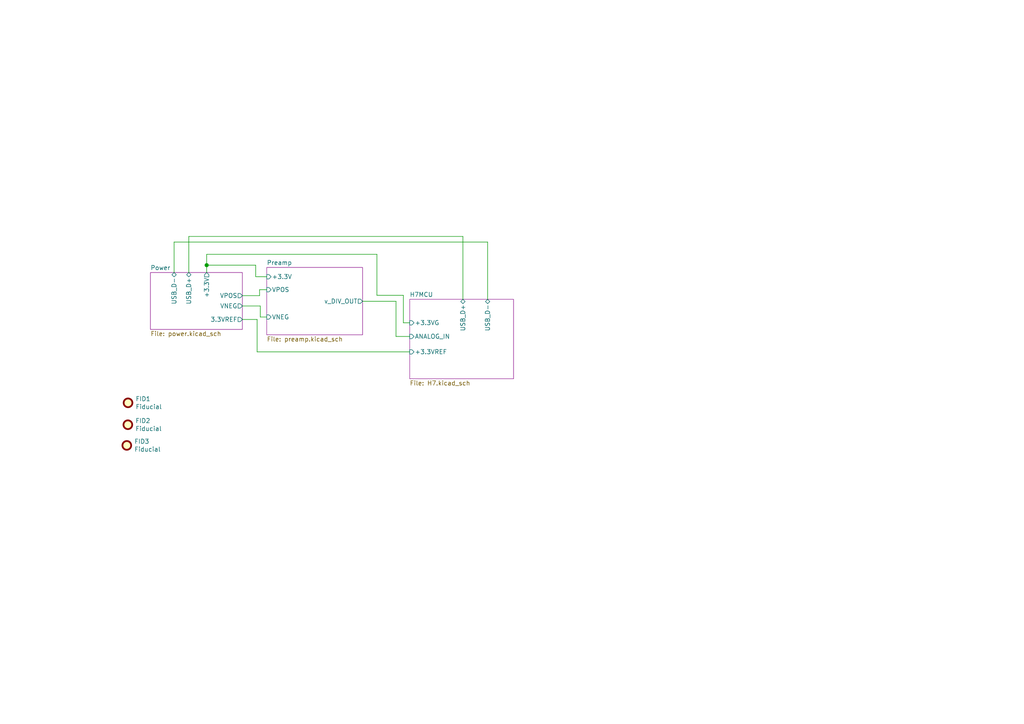
<source format=kicad_sch>
(kicad_sch (version 20210126) (generator eeschema)
  (paper "A4")
  (title_block (title "PorpDAQ Board - Top Level"))
  (lib_symbols
    (symbol "Mechanical:Fiducial"
      (property "Reference" "FID" (at 0 5.08 0))
      (property "Value" "Fiducial" (at 0 3.175 0))
      (symbol "Fiducial_0_1"
        (circle (center 0 0) (radius 1.27) (stroke (width 0.508)) (fill (type background)))
      )
    )
  )
  (junction (at 59.944 76.9112) (diameter 1.016))
  (wire (pts (xy 50.4952 70.2056) (xy 141.4272 70.2056)))
  (wire (pts (xy 50.4952 79.0448) (xy 50.4952 70.2056)))
  (wire (pts (xy 54.7624 68.58) (xy 54.7624 79.0448)))
  (wire (pts (xy 59.944 73.7616) (xy 109.3216 73.7616)))
  (wire (pts (xy 59.944 76.9112) (xy 59.944 73.7616)))
  (wire (pts (xy 59.944 79.0448) (xy 59.944 76.9112)))
  (wire (pts (xy 70.3072 85.7504) (xy 75.2856 85.7504)))
  (wire (pts (xy 70.3072 88.7476) (xy 75.4888 88.7476)))
  (wire (pts (xy 70.3072 92.6592) (xy 74.5744 92.6592)))
  (wire (pts (xy 74.168 76.9112) (xy 59.944 76.9112)))
  (wire (pts (xy 74.168 80.264) (xy 74.168 76.9112)))
  (wire (pts (xy 74.5744 92.6592) (xy 74.5744 102.0572)))
  (wire (pts (xy 74.5744 102.0572) (xy 118.8212 102.0572)))
  (wire (pts (xy 75.2856 84.0232) (xy 77.3684 84.0232)))
  (wire (pts (xy 75.2856 85.7504) (xy 75.2856 84.0232)))
  (wire (pts (xy 75.4888 88.7476) (xy 75.4888 91.948)))
  (wire (pts (xy 75.4888 91.948) (xy 77.3684 91.948)))
  (wire (pts (xy 77.3684 80.264) (xy 74.168 80.264)))
  (wire (pts (xy 105.156 87.376) (xy 114.8588 87.376)))
  (wire (pts (xy 109.3216 73.7616) (xy 109.3216 85.6488)))
  (wire (pts (xy 109.3216 85.6488) (xy 116.9924 85.6488)))
  (wire (pts (xy 114.8588 87.376) (xy 114.8588 97.5868)))
  (wire (pts (xy 114.8588 97.5868) (xy 118.8212 97.5868)))
  (wire (pts (xy 116.9924 85.6488) (xy 116.9924 93.6244)))
  (wire (pts (xy 116.9924 93.6244) (xy 118.8212 93.6244)))
  (wire (pts (xy 134.2644 68.58) (xy 54.7624 68.58)))
  (wire (pts (xy 134.2644 68.58) (xy 134.2644 86.8172)))
  (wire (pts (xy 141.4272 86.8172) (xy 141.4272 70.2056)))
  (symbol (lib_id "Mechanical:Fiducial") (at 36.7792 129.1844 0) (unit 1)
    (property "Reference" "FID3" (at 38.9383 128.035 0) (effects (justify left)))
    (property "Value" "Fiducial" (at 38.9383 130.3337 0) (effects (justify left)))
    (property "Footprint" "Fiducial:Fiducial_0.5mm_Mask1.5mm" (effects hide))
  )
  (symbol (lib_id "Mechanical:Fiducial") (at 37.084 123.19 0) (unit 1)
    (property "Reference" "FID2" (at 39.2431 122.0406 0) (effects (justify left)))
    (property "Value" "Fiducial" (at 39.2431 124.3393 0) (effects (justify left)))
    (property "Footprint" "Fiducial:Fiducial_0.5mm_Mask1.5mm" (effects hide))
  )
  (symbol (lib_id "Mechanical:Fiducial") (at 37.1348 116.84 0) (unit 1)
    (property "Reference" "FID1" (at 39.2939 115.6906 0) (effects (justify left)))
    (property "Value" "Fiducial" (at 39.2939 117.9893 0) (effects (justify left)))
    (property "Footprint" "Fiducial:Fiducial_0.5mm_Mask1.5mm" (effects hide))
  )
  (sheet (at 118.8212 86.8172) (size 30.1244 23.0632) (stroke (width 0.001) (color 132 0 132 1)) (fill (color 255 255 255 0.0000))
    (property "Sheet name" "H7MCU" (at 118.8212 86.1813 0) (effects (justify left bottom)))
    (property "Sheet file" "H7.kicad_sch" (at 118.8212 110.3893 0) (effects (justify left top)))
    (pin "+3.3VG" input (at 118.8212 93.6244 180))
    (pin "ANALOG_IN" input (at 118.8212 97.5868 180))
    (pin "+3.3VREF" input (at 118.8212 102.0572 180))
    (pin "USB_D+" bidirectional (at 134.2644 86.8172 90))
    (pin "USB_D-" bidirectional (at 141.4272 86.8172 90))
  )
  (sheet (at 43.6372 79.0448) (size 26.67 16.51) (stroke (width 0.001) (color 132 0 132 1)) (fill (color 255 255 255 0.0000))
    (property "Sheet name" "Power" (at 43.6372 78.4089 0) (effects (justify left bottom)))
    (property "Sheet file" "power.kicad_sch" (at 43.6372 96.0637 0) (effects (justify left top)))
    (pin "VPOS" output (at 70.3072 85.7504 0))
    (pin "VNEG" output (at 70.3072 88.7476 0))
    (pin "+3.3V" output (at 59.944 79.0448 90))
    (pin "3.3VREF" output (at 70.3072 92.6592 0))
    (pin "USB_D+" bidirectional (at 54.7624 79.0448 90))
    (pin "USB_D-" bidirectional (at 50.4952 79.0448 90))
  )
  (sheet (at 77.3684 77.5716) (size 27.7876 19.558) (stroke (width 0.001) (color 132 0 132 1)) (fill (color 255 255 255 0.0000))
    (property "Sheet name" "Preamp" (at 77.3684 76.9357 0) (effects (justify left bottom)))
    (property "Sheet file" "preamp.kicad_sch" (at 77.3684 97.6385 0) (effects (justify left top)))
    (pin "v_DIV_OUT" output (at 105.156 87.376 0))
    (pin "VPOS" input (at 77.3684 84.0232 180))
    (pin "VNEG" input (at 77.3684 91.948 180))
    (pin "+3.3V" input (at 77.3684 80.264 180))
  )
)
</source>
